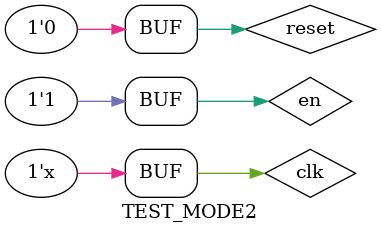
<source format=v>
`timescale 1ns / 1ps


module TEST_MODE2;

	// Inputs
	reg clk;
	reg reset;
	reg en;

	// Outputs
	wire [7:0] OUT;

	// Instantiate the Unit Under Test (UUT)
	MODE2_LEDSANGDAN_TATDAN uut (
		.clk(clk), 
		.reset(reset), 
		.en(en), 
		.OUT(OUT)
	);
	always
	begin
	#10;
	clk = ~clk;
	end
	initial begin
		// Initialize Inputs
		clk = 0;
		reset = 0;
		en = 0;
		#10;
		reset = 1;
		#10;
		reset = 0;
		en = 1;
		// Wait 100 ns for global reset to finish
		#100;
        
		// Add stimulus here

	end
      
endmodule


</source>
